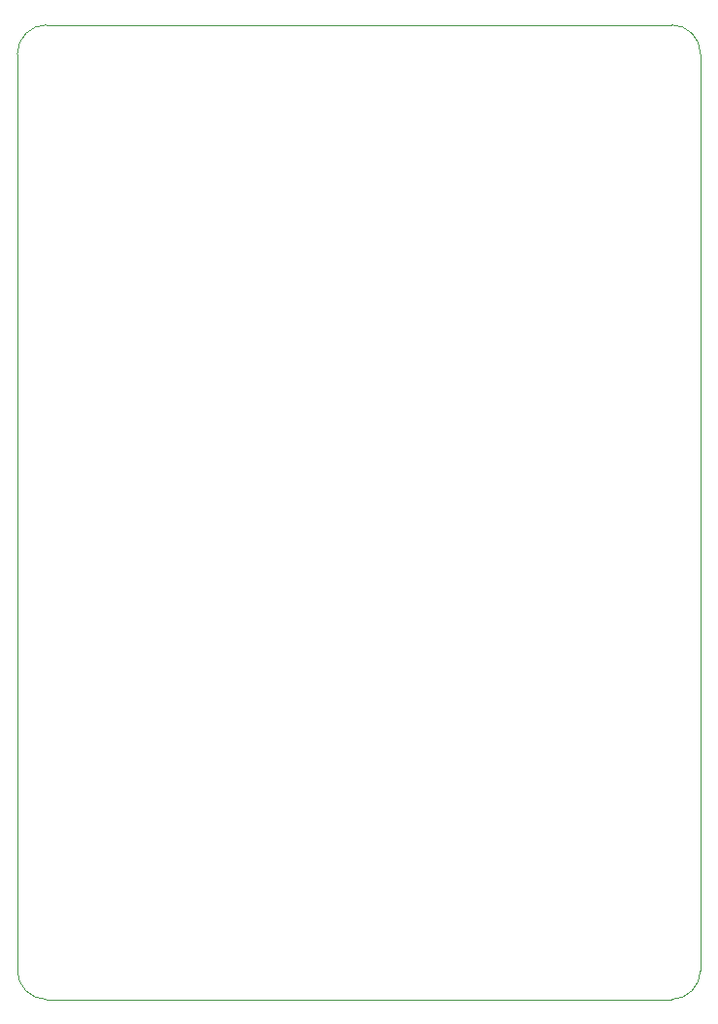
<source format=gbr>
%TF.GenerationSoftware,KiCad,Pcbnew,(5.1.6)-1*%
%TF.CreationDate,2020-06-27T19:36:01-04:00*%
%TF.ProjectId,dancegames controller,64616e63-6567-4616-9d65-7320636f6e74,rev?*%
%TF.SameCoordinates,Original*%
%TF.FileFunction,Profile,NP*%
%FSLAX46Y46*%
G04 Gerber Fmt 4.6, Leading zero omitted, Abs format (unit mm)*
G04 Created by KiCad (PCBNEW (5.1.6)-1) date 2020-06-27 19:36:01*
%MOMM*%
%LPD*%
G01*
G04 APERTURE LIST*
%TA.AperFunction,Profile*%
%ADD10C,0.050000*%
%TD*%
G04 APERTURE END LIST*
D10*
X107950000Y-60960000D02*
G75*
G02*
X110490000Y-58420000I2540000J0D01*
G01*
X110490000Y-143510000D02*
G75*
G02*
X107950000Y-140970000I0J2540000D01*
G01*
X167640000Y-140970000D02*
G75*
G02*
X165100000Y-143510000I-2540000J0D01*
G01*
X165100000Y-58420000D02*
G75*
G02*
X167640000Y-60960000I0J-2540000D01*
G01*
X107950000Y-140970000D02*
X107950000Y-60960000D01*
X165100000Y-143510000D02*
X110490000Y-143510000D01*
X167640000Y-60960000D02*
X167640000Y-140970000D01*
X110490000Y-58420000D02*
X165100000Y-58420000D01*
M02*

</source>
